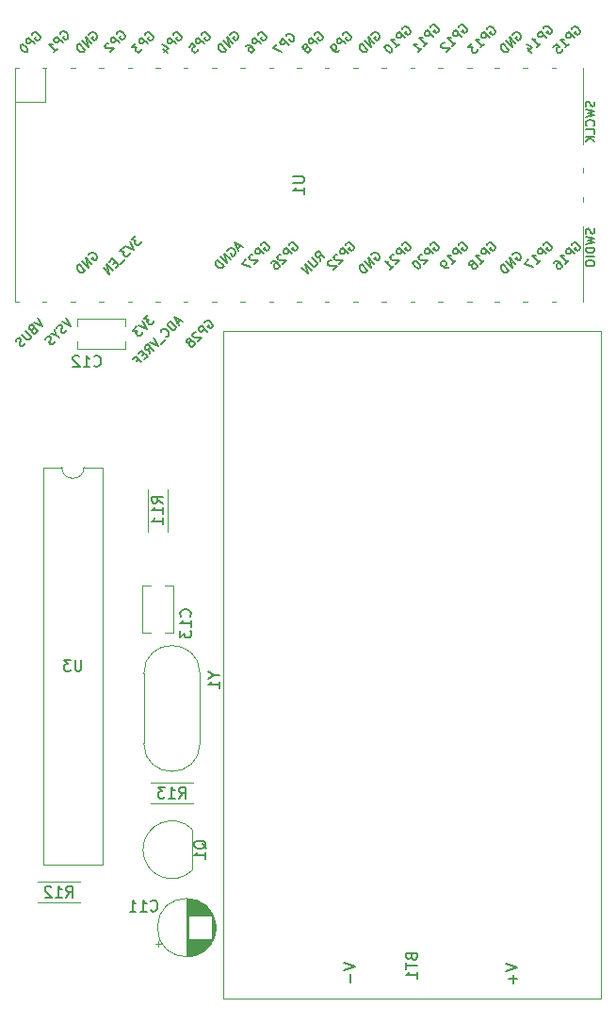
<source format=gbo>
%TF.GenerationSoftware,KiCad,Pcbnew,6.0.2+dfsg-1*%
%TF.CreationDate,2024-01-09T17:30:34+09:00*%
%TF.ProjectId,pico-toy-elevator,7069636f-2d74-46f7-992d-656c65766174,rev?*%
%TF.SameCoordinates,Original*%
%TF.FileFunction,Legend,Bot*%
%TF.FilePolarity,Positive*%
%FSLAX46Y46*%
G04 Gerber Fmt 4.6, Leading zero omitted, Abs format (unit mm)*
G04 Created by KiCad (PCBNEW 6.0.2+dfsg-1) date 2024-01-09 17:30:34*
%MOMM*%
%LPD*%
G01*
G04 APERTURE LIST*
%ADD10C,0.150000*%
%ADD11C,0.120000*%
G04 APERTURE END LIST*
D10*
%TO.C,Y1*%
X66016190Y-94773809D02*
X66492380Y-94773809D01*
X65492380Y-94440476D02*
X66016190Y-94773809D01*
X65492380Y-95107142D01*
X66492380Y-95964285D02*
X66492380Y-95392857D01*
X66492380Y-95678571D02*
X65492380Y-95678571D01*
X65635238Y-95583333D01*
X65730476Y-95488095D01*
X65778095Y-95392857D01*
%TO.C,R12*%
X52712857Y-114752380D02*
X53046190Y-114276190D01*
X53284285Y-114752380D02*
X53284285Y-113752380D01*
X52903333Y-113752380D01*
X52808095Y-113800000D01*
X52760476Y-113847619D01*
X52712857Y-113942857D01*
X52712857Y-114085714D01*
X52760476Y-114180952D01*
X52808095Y-114228571D01*
X52903333Y-114276190D01*
X53284285Y-114276190D01*
X51760476Y-114752380D02*
X52331904Y-114752380D01*
X52046190Y-114752380D02*
X52046190Y-113752380D01*
X52141428Y-113895238D01*
X52236666Y-113990476D01*
X52331904Y-114038095D01*
X51379523Y-113847619D02*
X51331904Y-113800000D01*
X51236666Y-113752380D01*
X50998571Y-113752380D01*
X50903333Y-113800000D01*
X50855714Y-113847619D01*
X50808095Y-113942857D01*
X50808095Y-114038095D01*
X50855714Y-114180952D01*
X51427142Y-114752380D01*
X50808095Y-114752380D01*
%TO.C,R13*%
X62872857Y-105862380D02*
X63206190Y-105386190D01*
X63444285Y-105862380D02*
X63444285Y-104862380D01*
X63063333Y-104862380D01*
X62968095Y-104910000D01*
X62920476Y-104957619D01*
X62872857Y-105052857D01*
X62872857Y-105195714D01*
X62920476Y-105290952D01*
X62968095Y-105338571D01*
X63063333Y-105386190D01*
X63444285Y-105386190D01*
X61920476Y-105862380D02*
X62491904Y-105862380D01*
X62206190Y-105862380D02*
X62206190Y-104862380D01*
X62301428Y-105005238D01*
X62396666Y-105100476D01*
X62491904Y-105148095D01*
X61587142Y-104862380D02*
X60968095Y-104862380D01*
X61301428Y-105243333D01*
X61158571Y-105243333D01*
X61063333Y-105290952D01*
X61015714Y-105338571D01*
X60968095Y-105433809D01*
X60968095Y-105671904D01*
X61015714Y-105767142D01*
X61063333Y-105814761D01*
X61158571Y-105862380D01*
X61444285Y-105862380D01*
X61539523Y-105814761D01*
X61587142Y-105767142D01*
%TO.C,Q1*%
X65317619Y-110394761D02*
X65270000Y-110299523D01*
X65174761Y-110204285D01*
X65031904Y-110061428D01*
X64984285Y-109966190D01*
X64984285Y-109870952D01*
X65222380Y-109918571D02*
X65174761Y-109823333D01*
X65079523Y-109728095D01*
X64889047Y-109680476D01*
X64555714Y-109680476D01*
X64365238Y-109728095D01*
X64270000Y-109823333D01*
X64222380Y-109918571D01*
X64222380Y-110109047D01*
X64270000Y-110204285D01*
X64365238Y-110299523D01*
X64555714Y-110347142D01*
X64889047Y-110347142D01*
X65079523Y-110299523D01*
X65174761Y-110204285D01*
X65222380Y-110109047D01*
X65222380Y-109918571D01*
X65222380Y-111299523D02*
X65222380Y-110728095D01*
X65222380Y-111013809D02*
X64222380Y-111013809D01*
X64365238Y-110918571D01*
X64460476Y-110823333D01*
X64508095Y-110728095D01*
%TO.C,C13*%
X63857142Y-89527142D02*
X63904761Y-89479523D01*
X63952380Y-89336666D01*
X63952380Y-89241428D01*
X63904761Y-89098571D01*
X63809523Y-89003333D01*
X63714285Y-88955714D01*
X63523809Y-88908095D01*
X63380952Y-88908095D01*
X63190476Y-88955714D01*
X63095238Y-89003333D01*
X63000000Y-89098571D01*
X62952380Y-89241428D01*
X62952380Y-89336666D01*
X63000000Y-89479523D01*
X63047619Y-89527142D01*
X63952380Y-90479523D02*
X63952380Y-89908095D01*
X63952380Y-90193809D02*
X62952380Y-90193809D01*
X63095238Y-90098571D01*
X63190476Y-90003333D01*
X63238095Y-89908095D01*
X62952380Y-90812857D02*
X62952380Y-91431904D01*
X63333333Y-91098571D01*
X63333333Y-91241428D01*
X63380952Y-91336666D01*
X63428571Y-91384285D01*
X63523809Y-91431904D01*
X63761904Y-91431904D01*
X63857142Y-91384285D01*
X63904761Y-91336666D01*
X63952380Y-91241428D01*
X63952380Y-90955714D01*
X63904761Y-90860476D01*
X63857142Y-90812857D01*
%TO.C,C11*%
X60332857Y-115927142D02*
X60380476Y-115974761D01*
X60523333Y-116022380D01*
X60618571Y-116022380D01*
X60761428Y-115974761D01*
X60856666Y-115879523D01*
X60904285Y-115784285D01*
X60951904Y-115593809D01*
X60951904Y-115450952D01*
X60904285Y-115260476D01*
X60856666Y-115165238D01*
X60761428Y-115070000D01*
X60618571Y-115022380D01*
X60523333Y-115022380D01*
X60380476Y-115070000D01*
X60332857Y-115117619D01*
X59380476Y-116022380D02*
X59951904Y-116022380D01*
X59666190Y-116022380D02*
X59666190Y-115022380D01*
X59761428Y-115165238D01*
X59856666Y-115260476D01*
X59951904Y-115308095D01*
X58428095Y-116022380D02*
X58999523Y-116022380D01*
X58713809Y-116022380D02*
X58713809Y-115022380D01*
X58809047Y-115165238D01*
X58904285Y-115260476D01*
X58999523Y-115308095D01*
%TO.C,U3*%
X54091904Y-93432380D02*
X54091904Y-94241904D01*
X54044285Y-94337142D01*
X53996666Y-94384761D01*
X53901428Y-94432380D01*
X53710952Y-94432380D01*
X53615714Y-94384761D01*
X53568095Y-94337142D01*
X53520476Y-94241904D01*
X53520476Y-93432380D01*
X53139523Y-93432380D02*
X52520476Y-93432380D01*
X52853809Y-93813333D01*
X52710952Y-93813333D01*
X52615714Y-93860952D01*
X52568095Y-93908571D01*
X52520476Y-94003809D01*
X52520476Y-94241904D01*
X52568095Y-94337142D01*
X52615714Y-94384761D01*
X52710952Y-94432380D01*
X52996666Y-94432380D01*
X53091904Y-94384761D01*
X53139523Y-94337142D01*
%TO.C,BT1*%
X83748571Y-120099285D02*
X83796190Y-120242142D01*
X83843809Y-120289761D01*
X83939047Y-120337380D01*
X84081904Y-120337380D01*
X84177142Y-120289761D01*
X84224761Y-120242142D01*
X84272380Y-120146904D01*
X84272380Y-119765952D01*
X83272380Y-119765952D01*
X83272380Y-120099285D01*
X83320000Y-120194523D01*
X83367619Y-120242142D01*
X83462857Y-120289761D01*
X83558095Y-120289761D01*
X83653333Y-120242142D01*
X83700952Y-120194523D01*
X83748571Y-120099285D01*
X83748571Y-119765952D01*
X83272380Y-120623095D02*
X83272380Y-121194523D01*
X84272380Y-120908809D02*
X83272380Y-120908809D01*
X84272380Y-122051666D02*
X84272380Y-121480238D01*
X84272380Y-121765952D02*
X83272380Y-121765952D01*
X83415238Y-121670714D01*
X83510476Y-121575476D01*
X83558095Y-121480238D01*
X77672380Y-120632619D02*
X78672380Y-120965952D01*
X77672380Y-121299285D01*
X78291428Y-121632619D02*
X78291428Y-122394523D01*
X92272380Y-120732619D02*
X93272380Y-121065952D01*
X92272380Y-121399285D01*
X92891428Y-121732619D02*
X92891428Y-122494523D01*
X93272380Y-122113571D02*
X92510476Y-122113571D01*
%TO.C,U1*%
X73112380Y-50038095D02*
X73921904Y-50038095D01*
X74017142Y-50085714D01*
X74064761Y-50133333D01*
X74112380Y-50228571D01*
X74112380Y-50419047D01*
X74064761Y-50514285D01*
X74017142Y-50561904D01*
X73921904Y-50609523D01*
X73112380Y-50609523D01*
X74112380Y-51609523D02*
X74112380Y-51038095D01*
X74112380Y-51323809D02*
X73112380Y-51323809D01*
X73255238Y-51228571D01*
X73350476Y-51133333D01*
X73398095Y-51038095D01*
X75051218Y-37313096D02*
X75078155Y-37232284D01*
X75158967Y-37151471D01*
X75266717Y-37097597D01*
X75374467Y-37097597D01*
X75455279Y-37124534D01*
X75589966Y-37205346D01*
X75670778Y-37286158D01*
X75751590Y-37420845D01*
X75778528Y-37501658D01*
X75778528Y-37609407D01*
X75724653Y-37717157D01*
X75670778Y-37771032D01*
X75563028Y-37824906D01*
X75509154Y-37824906D01*
X75320592Y-37636345D01*
X75428341Y-37528595D01*
X75320592Y-38121218D02*
X74754906Y-37555532D01*
X74539407Y-37771032D01*
X74512470Y-37851844D01*
X74512470Y-37905719D01*
X74539407Y-37986531D01*
X74620219Y-38067343D01*
X74701032Y-38094280D01*
X74754906Y-38094280D01*
X74835719Y-38067343D01*
X75051218Y-37851844D01*
X74350845Y-38444467D02*
X74377783Y-38363654D01*
X74377783Y-38309780D01*
X74350845Y-38228967D01*
X74323908Y-38202030D01*
X74243096Y-38175093D01*
X74189221Y-38175093D01*
X74108409Y-38202030D01*
X74000659Y-38309780D01*
X73973722Y-38390592D01*
X73973722Y-38444467D01*
X74000659Y-38525279D01*
X74027597Y-38552216D01*
X74108409Y-38579154D01*
X74162284Y-38579154D01*
X74243096Y-38552216D01*
X74350845Y-38444467D01*
X74431658Y-38417529D01*
X74485532Y-38417529D01*
X74566345Y-38444467D01*
X74674094Y-38552216D01*
X74701032Y-38633028D01*
X74701032Y-38686903D01*
X74674094Y-38767715D01*
X74566345Y-38875465D01*
X74485532Y-38902402D01*
X74431658Y-38902402D01*
X74350845Y-38875465D01*
X74243096Y-38767715D01*
X74216158Y-38686903D01*
X74216158Y-38633028D01*
X74243096Y-38552216D01*
X77860592Y-56193722D02*
X77887529Y-56112910D01*
X77968341Y-56032097D01*
X78076091Y-55978223D01*
X78183841Y-55978223D01*
X78264653Y-56005160D01*
X78399340Y-56085972D01*
X78480152Y-56166784D01*
X78560964Y-56301471D01*
X78587902Y-56382284D01*
X78587902Y-56490033D01*
X78534027Y-56597783D01*
X78480152Y-56651658D01*
X78372402Y-56705532D01*
X78318528Y-56705532D01*
X78129966Y-56516971D01*
X78237715Y-56409221D01*
X78129966Y-57001844D02*
X77564280Y-56436158D01*
X77348781Y-56651658D01*
X77321844Y-56732470D01*
X77321844Y-56786345D01*
X77348781Y-56867157D01*
X77429593Y-56947969D01*
X77510406Y-56974906D01*
X77564280Y-56974906D01*
X77645093Y-56947969D01*
X77860592Y-56732470D01*
X77079407Y-57028781D02*
X77025532Y-57028781D01*
X76944720Y-57055719D01*
X76810033Y-57190406D01*
X76783096Y-57271218D01*
X76783096Y-57325093D01*
X76810033Y-57405905D01*
X76863908Y-57459780D01*
X76971658Y-57513654D01*
X77618155Y-57513654D01*
X77267969Y-57863841D01*
X76540659Y-57567529D02*
X76486784Y-57567529D01*
X76405972Y-57594467D01*
X76271285Y-57729154D01*
X76244348Y-57809966D01*
X76244348Y-57863841D01*
X76271285Y-57944653D01*
X76325160Y-57998528D01*
X76432910Y-58052402D01*
X77079407Y-58052402D01*
X76729221Y-58402589D01*
X85480592Y-36643722D02*
X85507529Y-36562910D01*
X85588341Y-36482097D01*
X85696091Y-36428223D01*
X85803841Y-36428223D01*
X85884653Y-36455160D01*
X86019340Y-36535972D01*
X86100152Y-36616784D01*
X86180964Y-36751471D01*
X86207902Y-36832284D01*
X86207902Y-36940033D01*
X86154027Y-37047783D01*
X86100152Y-37101658D01*
X85992402Y-37155532D01*
X85938528Y-37155532D01*
X85749966Y-36966971D01*
X85857715Y-36859221D01*
X85749966Y-37451844D02*
X85184280Y-36886158D01*
X84968781Y-37101658D01*
X84941844Y-37182470D01*
X84941844Y-37236345D01*
X84968781Y-37317157D01*
X85049593Y-37397969D01*
X85130406Y-37424906D01*
X85184280Y-37424906D01*
X85265093Y-37397969D01*
X85480592Y-37182470D01*
X84887969Y-38313841D02*
X85211218Y-37990592D01*
X85049593Y-38152216D02*
X84483908Y-37586531D01*
X84618595Y-37613468D01*
X84726345Y-37613468D01*
X84807157Y-37586531D01*
X84349221Y-38852589D02*
X84672470Y-38529340D01*
X84510845Y-38690964D02*
X83945160Y-38125279D01*
X84079847Y-38152216D01*
X84187597Y-38152216D01*
X84268409Y-38125279D01*
X90560592Y-56193722D02*
X90587529Y-56112910D01*
X90668341Y-56032097D01*
X90776091Y-55978223D01*
X90883841Y-55978223D01*
X90964653Y-56005160D01*
X91099340Y-56085972D01*
X91180152Y-56166784D01*
X91260964Y-56301471D01*
X91287902Y-56382284D01*
X91287902Y-56490033D01*
X91234027Y-56597783D01*
X91180152Y-56651658D01*
X91072402Y-56705532D01*
X91018528Y-56705532D01*
X90829966Y-56516971D01*
X90937715Y-56409221D01*
X90829966Y-57001844D02*
X90264280Y-56436158D01*
X90048781Y-56651658D01*
X90021844Y-56732470D01*
X90021844Y-56786345D01*
X90048781Y-56867157D01*
X90129593Y-56947969D01*
X90210406Y-56974906D01*
X90264280Y-56974906D01*
X90345093Y-56947969D01*
X90560592Y-56732470D01*
X89967969Y-57863841D02*
X90291218Y-57540592D01*
X90129593Y-57702216D02*
X89563908Y-57136531D01*
X89698595Y-57163468D01*
X89806345Y-57163468D01*
X89887157Y-57136531D01*
X89321471Y-57863841D02*
X89348409Y-57783028D01*
X89348409Y-57729154D01*
X89321471Y-57648341D01*
X89294534Y-57621404D01*
X89213722Y-57594467D01*
X89159847Y-57594467D01*
X89079035Y-57621404D01*
X88971285Y-57729154D01*
X88944348Y-57809966D01*
X88944348Y-57863841D01*
X88971285Y-57944653D01*
X88998223Y-57971590D01*
X89079035Y-57998528D01*
X89132910Y-57998528D01*
X89213722Y-57971590D01*
X89321471Y-57863841D01*
X89402284Y-57836903D01*
X89456158Y-57836903D01*
X89536971Y-57863841D01*
X89644720Y-57971590D01*
X89671658Y-58052402D01*
X89671658Y-58106277D01*
X89644720Y-58187089D01*
X89536971Y-58294839D01*
X89456158Y-58321776D01*
X89402284Y-58321776D01*
X89321471Y-58294839D01*
X89213722Y-58187089D01*
X89186784Y-58106277D01*
X89186784Y-58052402D01*
X89213722Y-57971590D01*
X77591218Y-37313096D02*
X77618155Y-37232284D01*
X77698967Y-37151471D01*
X77806717Y-37097597D01*
X77914467Y-37097597D01*
X77995279Y-37124534D01*
X78129966Y-37205346D01*
X78210778Y-37286158D01*
X78291590Y-37420845D01*
X78318528Y-37501658D01*
X78318528Y-37609407D01*
X78264653Y-37717157D01*
X78210778Y-37771032D01*
X78103028Y-37824906D01*
X78049154Y-37824906D01*
X77860592Y-37636345D01*
X77968341Y-37528595D01*
X77860592Y-38121218D02*
X77294906Y-37555532D01*
X77079407Y-37771032D01*
X77052470Y-37851844D01*
X77052470Y-37905719D01*
X77079407Y-37986531D01*
X77160219Y-38067343D01*
X77241032Y-38094280D01*
X77294906Y-38094280D01*
X77375719Y-38067343D01*
X77591218Y-37851844D01*
X77267969Y-38713841D02*
X77160219Y-38821590D01*
X77079407Y-38848528D01*
X77025532Y-38848528D01*
X76890845Y-38821590D01*
X76756158Y-38740778D01*
X76540659Y-38525279D01*
X76513722Y-38444467D01*
X76513722Y-38390592D01*
X76540659Y-38309780D01*
X76648409Y-38202030D01*
X76729221Y-38175093D01*
X76783096Y-38175093D01*
X76863908Y-38202030D01*
X76998595Y-38336717D01*
X77025532Y-38417529D01*
X77025532Y-38471404D01*
X76998595Y-38552216D01*
X76890845Y-38659966D01*
X76810033Y-38686903D01*
X76756158Y-38686903D01*
X76675346Y-38659966D01*
X72780592Y-56193722D02*
X72807529Y-56112910D01*
X72888341Y-56032097D01*
X72996091Y-55978223D01*
X73103841Y-55978223D01*
X73184653Y-56005160D01*
X73319340Y-56085972D01*
X73400152Y-56166784D01*
X73480964Y-56301471D01*
X73507902Y-56382284D01*
X73507902Y-56490033D01*
X73454027Y-56597783D01*
X73400152Y-56651658D01*
X73292402Y-56705532D01*
X73238528Y-56705532D01*
X73049966Y-56516971D01*
X73157715Y-56409221D01*
X73049966Y-57001844D02*
X72484280Y-56436158D01*
X72268781Y-56651658D01*
X72241844Y-56732470D01*
X72241844Y-56786345D01*
X72268781Y-56867157D01*
X72349593Y-56947969D01*
X72430406Y-56974906D01*
X72484280Y-56974906D01*
X72565093Y-56947969D01*
X72780592Y-56732470D01*
X71999407Y-57028781D02*
X71945532Y-57028781D01*
X71864720Y-57055719D01*
X71730033Y-57190406D01*
X71703096Y-57271218D01*
X71703096Y-57325093D01*
X71730033Y-57405905D01*
X71783908Y-57459780D01*
X71891658Y-57513654D01*
X72538155Y-57513654D01*
X72187969Y-57863841D01*
X71137410Y-57783028D02*
X71245160Y-57675279D01*
X71325972Y-57648341D01*
X71379847Y-57648341D01*
X71514534Y-57675279D01*
X71649221Y-57756091D01*
X71864720Y-57971590D01*
X71891658Y-58052402D01*
X71891658Y-58106277D01*
X71864720Y-58187089D01*
X71756971Y-58294839D01*
X71676158Y-58321776D01*
X71622284Y-58321776D01*
X71541471Y-58294839D01*
X71406784Y-58160152D01*
X71379847Y-58079340D01*
X71379847Y-58025465D01*
X71406784Y-57944653D01*
X71514534Y-57836903D01*
X71595346Y-57809966D01*
X71649221Y-57809966D01*
X71730033Y-57836903D01*
X57271218Y-37213096D02*
X57298155Y-37132284D01*
X57378967Y-37051471D01*
X57486717Y-36997597D01*
X57594467Y-36997597D01*
X57675279Y-37024534D01*
X57809966Y-37105346D01*
X57890778Y-37186158D01*
X57971590Y-37320845D01*
X57998528Y-37401658D01*
X57998528Y-37509407D01*
X57944653Y-37617157D01*
X57890778Y-37671032D01*
X57783028Y-37724906D01*
X57729154Y-37724906D01*
X57540592Y-37536345D01*
X57648341Y-37428595D01*
X57540592Y-38021218D02*
X56974906Y-37455532D01*
X56759407Y-37671032D01*
X56732470Y-37751844D01*
X56732470Y-37805719D01*
X56759407Y-37886531D01*
X56840219Y-37967343D01*
X56921032Y-37994280D01*
X56974906Y-37994280D01*
X57055719Y-37967343D01*
X57271218Y-37751844D01*
X56490033Y-38048155D02*
X56436158Y-38048155D01*
X56355346Y-38075093D01*
X56220659Y-38209780D01*
X56193722Y-38290592D01*
X56193722Y-38344467D01*
X56220659Y-38425279D01*
X56274534Y-38479154D01*
X56382284Y-38533028D01*
X57028781Y-38533028D01*
X56678595Y-38883215D01*
X82940592Y-36789722D02*
X82967529Y-36708910D01*
X83048341Y-36628097D01*
X83156091Y-36574223D01*
X83263841Y-36574223D01*
X83344653Y-36601160D01*
X83479340Y-36681972D01*
X83560152Y-36762784D01*
X83640964Y-36897471D01*
X83667902Y-36978284D01*
X83667902Y-37086033D01*
X83614027Y-37193783D01*
X83560152Y-37247658D01*
X83452402Y-37301532D01*
X83398528Y-37301532D01*
X83209966Y-37112971D01*
X83317715Y-37005221D01*
X83209966Y-37597844D02*
X82644280Y-37032158D01*
X82428781Y-37247658D01*
X82401844Y-37328470D01*
X82401844Y-37382345D01*
X82428781Y-37463157D01*
X82509593Y-37543969D01*
X82590406Y-37570906D01*
X82644280Y-37570906D01*
X82725093Y-37543969D01*
X82940592Y-37328470D01*
X82347969Y-38459841D02*
X82671218Y-38136592D01*
X82509593Y-38298216D02*
X81943908Y-37732531D01*
X82078595Y-37759468D01*
X82186345Y-37759468D01*
X82267157Y-37732531D01*
X81432097Y-38244341D02*
X81378223Y-38298216D01*
X81351285Y-38379028D01*
X81351285Y-38432903D01*
X81378223Y-38513715D01*
X81459035Y-38648402D01*
X81593722Y-38783089D01*
X81728409Y-38863902D01*
X81809221Y-38890839D01*
X81863096Y-38890839D01*
X81943908Y-38863902D01*
X81997783Y-38810027D01*
X82024720Y-38729215D01*
X82024720Y-38675340D01*
X81997783Y-38594528D01*
X81916971Y-38459841D01*
X81782284Y-38325154D01*
X81647597Y-38244341D01*
X81566784Y-38217404D01*
X81512910Y-38217404D01*
X81432097Y-38244341D01*
X92858155Y-57071158D02*
X92885093Y-56990346D01*
X92965905Y-56909534D01*
X93073654Y-56855659D01*
X93181404Y-56855659D01*
X93262216Y-56882597D01*
X93396903Y-56963409D01*
X93477715Y-57044221D01*
X93558528Y-57178908D01*
X93585465Y-57259720D01*
X93585465Y-57367470D01*
X93531590Y-57475219D01*
X93477715Y-57529094D01*
X93369966Y-57582969D01*
X93316091Y-57582969D01*
X93127529Y-57394407D01*
X93235279Y-57286658D01*
X93127529Y-57879280D02*
X92561844Y-57313595D01*
X92804280Y-58202529D01*
X92238595Y-57636844D01*
X92534906Y-58471903D02*
X91969221Y-57906218D01*
X91834534Y-58040905D01*
X91780659Y-58148654D01*
X91780659Y-58256404D01*
X91807597Y-58337216D01*
X91888409Y-58471903D01*
X91969221Y-58552715D01*
X92103908Y-58633528D01*
X92184720Y-58660465D01*
X92292470Y-58660465D01*
X92400219Y-58606590D01*
X92534906Y-58471903D01*
X72481218Y-37413096D02*
X72508155Y-37332284D01*
X72588967Y-37251471D01*
X72696717Y-37197597D01*
X72804467Y-37197597D01*
X72885279Y-37224534D01*
X73019966Y-37305346D01*
X73100778Y-37386158D01*
X73181590Y-37520845D01*
X73208528Y-37601658D01*
X73208528Y-37709407D01*
X73154653Y-37817157D01*
X73100778Y-37871032D01*
X72993028Y-37924906D01*
X72939154Y-37924906D01*
X72750592Y-37736345D01*
X72858341Y-37628595D01*
X72750592Y-38221218D02*
X72184906Y-37655532D01*
X71969407Y-37871032D01*
X71942470Y-37951844D01*
X71942470Y-38005719D01*
X71969407Y-38086531D01*
X72050219Y-38167343D01*
X72131032Y-38194280D01*
X72184906Y-38194280D01*
X72265719Y-38167343D01*
X72481218Y-37951844D01*
X71673096Y-38167343D02*
X71295972Y-38544467D01*
X72104094Y-38867715D01*
X59811218Y-37313096D02*
X59838155Y-37232284D01*
X59918967Y-37151471D01*
X60026717Y-37097597D01*
X60134467Y-37097597D01*
X60215279Y-37124534D01*
X60349966Y-37205346D01*
X60430778Y-37286158D01*
X60511590Y-37420845D01*
X60538528Y-37501658D01*
X60538528Y-37609407D01*
X60484653Y-37717157D01*
X60430778Y-37771032D01*
X60323028Y-37824906D01*
X60269154Y-37824906D01*
X60080592Y-37636345D01*
X60188341Y-37528595D01*
X60080592Y-38121218D02*
X59514906Y-37555532D01*
X59299407Y-37771032D01*
X59272470Y-37851844D01*
X59272470Y-37905719D01*
X59299407Y-37986531D01*
X59380219Y-38067343D01*
X59461032Y-38094280D01*
X59514906Y-38094280D01*
X59595719Y-38067343D01*
X59811218Y-37851844D01*
X59003096Y-38067343D02*
X58652910Y-38417529D01*
X59056971Y-38444467D01*
X58976158Y-38525279D01*
X58949221Y-38606091D01*
X58949221Y-38659966D01*
X58976158Y-38740778D01*
X59110845Y-38875465D01*
X59191658Y-38902402D01*
X59245532Y-38902402D01*
X59326345Y-38875465D01*
X59487969Y-38713841D01*
X59514906Y-38633028D01*
X59514906Y-38579154D01*
X49651218Y-37313096D02*
X49678155Y-37232284D01*
X49758967Y-37151471D01*
X49866717Y-37097597D01*
X49974467Y-37097597D01*
X50055279Y-37124534D01*
X50189966Y-37205346D01*
X50270778Y-37286158D01*
X50351590Y-37420845D01*
X50378528Y-37501658D01*
X50378528Y-37609407D01*
X50324653Y-37717157D01*
X50270778Y-37771032D01*
X50163028Y-37824906D01*
X50109154Y-37824906D01*
X49920592Y-37636345D01*
X50028341Y-37528595D01*
X49920592Y-38121218D02*
X49354906Y-37555532D01*
X49139407Y-37771032D01*
X49112470Y-37851844D01*
X49112470Y-37905719D01*
X49139407Y-37986531D01*
X49220219Y-38067343D01*
X49301032Y-38094280D01*
X49354906Y-38094280D01*
X49435719Y-38067343D01*
X49651218Y-37851844D01*
X48681471Y-38228967D02*
X48627597Y-38282842D01*
X48600659Y-38363654D01*
X48600659Y-38417529D01*
X48627597Y-38498341D01*
X48708409Y-38633028D01*
X48843096Y-38767715D01*
X48977783Y-38848528D01*
X49058595Y-38875465D01*
X49112470Y-38875465D01*
X49193282Y-38848528D01*
X49247157Y-38794653D01*
X49274094Y-38713841D01*
X49274094Y-38659966D01*
X49247157Y-38579154D01*
X49166345Y-38444467D01*
X49031658Y-38309780D01*
X48896971Y-38228967D01*
X48816158Y-38202030D01*
X48762284Y-38202030D01*
X48681471Y-38228967D01*
X54758155Y-57071158D02*
X54785093Y-56990346D01*
X54865905Y-56909534D01*
X54973654Y-56855659D01*
X55081404Y-56855659D01*
X55162216Y-56882597D01*
X55296903Y-56963409D01*
X55377715Y-57044221D01*
X55458528Y-57178908D01*
X55485465Y-57259720D01*
X55485465Y-57367470D01*
X55431590Y-57475219D01*
X55377715Y-57529094D01*
X55269966Y-57582969D01*
X55216091Y-57582969D01*
X55027529Y-57394407D01*
X55135279Y-57286658D01*
X55027529Y-57879280D02*
X54461844Y-57313595D01*
X54704280Y-58202529D01*
X54138595Y-57636844D01*
X54434906Y-58471903D02*
X53869221Y-57906218D01*
X53734534Y-58040905D01*
X53680659Y-58148654D01*
X53680659Y-58256404D01*
X53707597Y-58337216D01*
X53788409Y-58471903D01*
X53869221Y-58552715D01*
X54003908Y-58633528D01*
X54084720Y-58660465D01*
X54192470Y-58660465D01*
X54300219Y-58606590D01*
X54434906Y-58471903D01*
X58943308Y-55372131D02*
X58593122Y-55722317D01*
X58997183Y-55749255D01*
X58916370Y-55830067D01*
X58889433Y-55910879D01*
X58889433Y-55964754D01*
X58916370Y-56045566D01*
X59051057Y-56180253D01*
X59131870Y-56207190D01*
X59185744Y-56207190D01*
X59266557Y-56180253D01*
X59428181Y-56018629D01*
X59455118Y-55937816D01*
X59455118Y-55883942D01*
X58431497Y-55883942D02*
X58808621Y-56638189D01*
X58054374Y-56261065D01*
X57919687Y-56395752D02*
X57569500Y-56745938D01*
X57973561Y-56772876D01*
X57892749Y-56853688D01*
X57865812Y-56934500D01*
X57865812Y-56988375D01*
X57892749Y-57069187D01*
X58027436Y-57203874D01*
X58108248Y-57230812D01*
X58162123Y-57230812D01*
X58242935Y-57203874D01*
X58404560Y-57042250D01*
X58431497Y-56961438D01*
X58431497Y-56907563D01*
X58081311Y-57473248D02*
X57650312Y-57904247D01*
X57165439Y-57688748D02*
X56976877Y-57877309D01*
X57192377Y-58254433D02*
X57461751Y-57985059D01*
X56896065Y-57419374D01*
X56626691Y-57688748D01*
X56949940Y-58496870D02*
X56384255Y-57931184D01*
X56626691Y-58820118D01*
X56061006Y-58254433D01*
X95640592Y-56193722D02*
X95667529Y-56112910D01*
X95748341Y-56032097D01*
X95856091Y-55978223D01*
X95963841Y-55978223D01*
X96044653Y-56005160D01*
X96179340Y-56085972D01*
X96260152Y-56166784D01*
X96340964Y-56301471D01*
X96367902Y-56382284D01*
X96367902Y-56490033D01*
X96314027Y-56597783D01*
X96260152Y-56651658D01*
X96152402Y-56705532D01*
X96098528Y-56705532D01*
X95909966Y-56516971D01*
X96017715Y-56409221D01*
X95909966Y-57001844D02*
X95344280Y-56436158D01*
X95128781Y-56651658D01*
X95101844Y-56732470D01*
X95101844Y-56786345D01*
X95128781Y-56867157D01*
X95209593Y-56947969D01*
X95290406Y-56974906D01*
X95344280Y-56974906D01*
X95425093Y-56947969D01*
X95640592Y-56732470D01*
X95047969Y-57863841D02*
X95371218Y-57540592D01*
X95209593Y-57702216D02*
X94643908Y-57136531D01*
X94778595Y-57163468D01*
X94886345Y-57163468D01*
X94967157Y-57136531D01*
X94293722Y-57486717D02*
X93916598Y-57863841D01*
X94724720Y-58187089D01*
X88020592Y-36643722D02*
X88047529Y-36562910D01*
X88128341Y-36482097D01*
X88236091Y-36428223D01*
X88343841Y-36428223D01*
X88424653Y-36455160D01*
X88559340Y-36535972D01*
X88640152Y-36616784D01*
X88720964Y-36751471D01*
X88747902Y-36832284D01*
X88747902Y-36940033D01*
X88694027Y-37047783D01*
X88640152Y-37101658D01*
X88532402Y-37155532D01*
X88478528Y-37155532D01*
X88289966Y-36966971D01*
X88397715Y-36859221D01*
X88289966Y-37451844D02*
X87724280Y-36886158D01*
X87508781Y-37101658D01*
X87481844Y-37182470D01*
X87481844Y-37236345D01*
X87508781Y-37317157D01*
X87589593Y-37397969D01*
X87670406Y-37424906D01*
X87724280Y-37424906D01*
X87805093Y-37397969D01*
X88020592Y-37182470D01*
X87427969Y-38313841D02*
X87751218Y-37990592D01*
X87589593Y-38152216D02*
X87023908Y-37586531D01*
X87158595Y-37613468D01*
X87266345Y-37613468D01*
X87347157Y-37586531D01*
X86700659Y-38017529D02*
X86646784Y-38017529D01*
X86565972Y-38044467D01*
X86431285Y-38179154D01*
X86404348Y-38259966D01*
X86404348Y-38313841D01*
X86431285Y-38394653D01*
X86485160Y-38448528D01*
X86592910Y-38502402D01*
X87239407Y-38502402D01*
X86889221Y-38852589D01*
X95640592Y-36743722D02*
X95667529Y-36662910D01*
X95748341Y-36582097D01*
X95856091Y-36528223D01*
X95963841Y-36528223D01*
X96044653Y-36555160D01*
X96179340Y-36635972D01*
X96260152Y-36716784D01*
X96340964Y-36851471D01*
X96367902Y-36932284D01*
X96367902Y-37040033D01*
X96314027Y-37147783D01*
X96260152Y-37201658D01*
X96152402Y-37255532D01*
X96098528Y-37255532D01*
X95909966Y-37066971D01*
X96017715Y-36959221D01*
X95909966Y-37551844D02*
X95344280Y-36986158D01*
X95128781Y-37201658D01*
X95101844Y-37282470D01*
X95101844Y-37336345D01*
X95128781Y-37417157D01*
X95209593Y-37497969D01*
X95290406Y-37524906D01*
X95344280Y-37524906D01*
X95425093Y-37497969D01*
X95640592Y-37282470D01*
X95047969Y-38413841D02*
X95371218Y-38090592D01*
X95209593Y-38252216D02*
X94643908Y-37686531D01*
X94778595Y-37713468D01*
X94886345Y-37713468D01*
X94967157Y-37686531D01*
X94185972Y-38521590D02*
X94563096Y-38898714D01*
X94105160Y-38171404D02*
X94643908Y-38440778D01*
X94293722Y-38790964D01*
X85480592Y-56193722D02*
X85507529Y-56112910D01*
X85588341Y-56032097D01*
X85696091Y-55978223D01*
X85803841Y-55978223D01*
X85884653Y-56005160D01*
X86019340Y-56085972D01*
X86100152Y-56166784D01*
X86180964Y-56301471D01*
X86207902Y-56382284D01*
X86207902Y-56490033D01*
X86154027Y-56597783D01*
X86100152Y-56651658D01*
X85992402Y-56705532D01*
X85938528Y-56705532D01*
X85749966Y-56516971D01*
X85857715Y-56409221D01*
X85749966Y-57001844D02*
X85184280Y-56436158D01*
X84968781Y-56651658D01*
X84941844Y-56732470D01*
X84941844Y-56786345D01*
X84968781Y-56867157D01*
X85049593Y-56947969D01*
X85130406Y-56974906D01*
X85184280Y-56974906D01*
X85265093Y-56947969D01*
X85480592Y-56732470D01*
X84699407Y-57028781D02*
X84645532Y-57028781D01*
X84564720Y-57055719D01*
X84430033Y-57190406D01*
X84403096Y-57271218D01*
X84403096Y-57325093D01*
X84430033Y-57405905D01*
X84483908Y-57459780D01*
X84591658Y-57513654D01*
X85238155Y-57513654D01*
X84887969Y-57863841D01*
X83972097Y-57648341D02*
X83918223Y-57702216D01*
X83891285Y-57783028D01*
X83891285Y-57836903D01*
X83918223Y-57917715D01*
X83999035Y-58052402D01*
X84133722Y-58187089D01*
X84268409Y-58267902D01*
X84349221Y-58294839D01*
X84403096Y-58294839D01*
X84483908Y-58267902D01*
X84537783Y-58214027D01*
X84564720Y-58133215D01*
X84564720Y-58079340D01*
X84537783Y-57998528D01*
X84456971Y-57863841D01*
X84322284Y-57729154D01*
X84187597Y-57648341D01*
X84106784Y-57621404D01*
X84052910Y-57621404D01*
X83972097Y-57648341D01*
X62351218Y-37313096D02*
X62378155Y-37232284D01*
X62458967Y-37151471D01*
X62566717Y-37097597D01*
X62674467Y-37097597D01*
X62755279Y-37124534D01*
X62889966Y-37205346D01*
X62970778Y-37286158D01*
X63051590Y-37420845D01*
X63078528Y-37501658D01*
X63078528Y-37609407D01*
X63024653Y-37717157D01*
X62970778Y-37771032D01*
X62863028Y-37824906D01*
X62809154Y-37824906D01*
X62620592Y-37636345D01*
X62728341Y-37528595D01*
X62620592Y-38121218D02*
X62054906Y-37555532D01*
X61839407Y-37771032D01*
X61812470Y-37851844D01*
X61812470Y-37905719D01*
X61839407Y-37986531D01*
X61920219Y-38067343D01*
X62001032Y-38094280D01*
X62054906Y-38094280D01*
X62135719Y-38067343D01*
X62351218Y-37851844D01*
X61435346Y-38552216D02*
X61812470Y-38929340D01*
X61354534Y-38202030D02*
X61893282Y-38471404D01*
X61543096Y-38821590D01*
X67458155Y-37286158D02*
X67485093Y-37205346D01*
X67565905Y-37124534D01*
X67673654Y-37070659D01*
X67781404Y-37070659D01*
X67862216Y-37097597D01*
X67996903Y-37178409D01*
X68077715Y-37259221D01*
X68158528Y-37393908D01*
X68185465Y-37474720D01*
X68185465Y-37582470D01*
X68131590Y-37690219D01*
X68077715Y-37744094D01*
X67969966Y-37797969D01*
X67916091Y-37797969D01*
X67727529Y-37609407D01*
X67835279Y-37501658D01*
X67727529Y-38094280D02*
X67161844Y-37528595D01*
X67404280Y-38417529D01*
X66838595Y-37851844D01*
X67134906Y-38686903D02*
X66569221Y-38121218D01*
X66434534Y-38255905D01*
X66380659Y-38363654D01*
X66380659Y-38471404D01*
X66407597Y-38552216D01*
X66488409Y-38686903D01*
X66569221Y-38767715D01*
X66703908Y-38848528D01*
X66784720Y-38875465D01*
X66892470Y-38875465D01*
X67000219Y-38821590D01*
X67134906Y-38686903D01*
X80158155Y-37286158D02*
X80185093Y-37205346D01*
X80265905Y-37124534D01*
X80373654Y-37070659D01*
X80481404Y-37070659D01*
X80562216Y-37097597D01*
X80696903Y-37178409D01*
X80777715Y-37259221D01*
X80858528Y-37393908D01*
X80885465Y-37474720D01*
X80885465Y-37582470D01*
X80831590Y-37690219D01*
X80777715Y-37744094D01*
X80669966Y-37797969D01*
X80616091Y-37797969D01*
X80427529Y-37609407D01*
X80535279Y-37501658D01*
X80427529Y-38094280D02*
X79861844Y-37528595D01*
X80104280Y-38417529D01*
X79538595Y-37851844D01*
X79834906Y-38686903D02*
X79269221Y-38121218D01*
X79134534Y-38255905D01*
X79080659Y-38363654D01*
X79080659Y-38471404D01*
X79107597Y-38552216D01*
X79188409Y-38686903D01*
X79269221Y-38767715D01*
X79403908Y-38848528D01*
X79484720Y-38875465D01*
X79592470Y-38875465D01*
X79700219Y-38821590D01*
X79834906Y-38686903D01*
X70240592Y-56193722D02*
X70267529Y-56112910D01*
X70348341Y-56032097D01*
X70456091Y-55978223D01*
X70563841Y-55978223D01*
X70644653Y-56005160D01*
X70779340Y-56085972D01*
X70860152Y-56166784D01*
X70940964Y-56301471D01*
X70967902Y-56382284D01*
X70967902Y-56490033D01*
X70914027Y-56597783D01*
X70860152Y-56651658D01*
X70752402Y-56705532D01*
X70698528Y-56705532D01*
X70509966Y-56516971D01*
X70617715Y-56409221D01*
X70509966Y-57001844D02*
X69944280Y-56436158D01*
X69728781Y-56651658D01*
X69701844Y-56732470D01*
X69701844Y-56786345D01*
X69728781Y-56867157D01*
X69809593Y-56947969D01*
X69890406Y-56974906D01*
X69944280Y-56974906D01*
X70025093Y-56947969D01*
X70240592Y-56732470D01*
X69459407Y-57028781D02*
X69405532Y-57028781D01*
X69324720Y-57055719D01*
X69190033Y-57190406D01*
X69163096Y-57271218D01*
X69163096Y-57325093D01*
X69190033Y-57405905D01*
X69243908Y-57459780D01*
X69351658Y-57513654D01*
X69998155Y-57513654D01*
X69647969Y-57863841D01*
X68893722Y-57486717D02*
X68516598Y-57863841D01*
X69324720Y-58187089D01*
X90560592Y-36789722D02*
X90587529Y-36708910D01*
X90668341Y-36628097D01*
X90776091Y-36574223D01*
X90883841Y-36574223D01*
X90964653Y-36601160D01*
X91099340Y-36681972D01*
X91180152Y-36762784D01*
X91260964Y-36897471D01*
X91287902Y-36978284D01*
X91287902Y-37086033D01*
X91234027Y-37193783D01*
X91180152Y-37247658D01*
X91072402Y-37301532D01*
X91018528Y-37301532D01*
X90829966Y-37112971D01*
X90937715Y-37005221D01*
X90829966Y-37597844D02*
X90264280Y-37032158D01*
X90048781Y-37247658D01*
X90021844Y-37328470D01*
X90021844Y-37382345D01*
X90048781Y-37463157D01*
X90129593Y-37543969D01*
X90210406Y-37570906D01*
X90264280Y-37570906D01*
X90345093Y-37543969D01*
X90560592Y-37328470D01*
X89967969Y-38459841D02*
X90291218Y-38136592D01*
X90129593Y-38298216D02*
X89563908Y-37732531D01*
X89698595Y-37759468D01*
X89806345Y-37759468D01*
X89887157Y-37732531D01*
X89213722Y-38082717D02*
X88863536Y-38432903D01*
X89267597Y-38459841D01*
X89186784Y-38540653D01*
X89159847Y-38621465D01*
X89159847Y-38675340D01*
X89186784Y-38756152D01*
X89321471Y-38890839D01*
X89402284Y-38917776D01*
X89456158Y-38917776D01*
X89536971Y-38890839D01*
X89698595Y-38729215D01*
X89725532Y-38648402D01*
X89725532Y-38594528D01*
X68400964Y-56247597D02*
X68131590Y-56516971D01*
X68616463Y-56355346D02*
X67862216Y-55978223D01*
X68239340Y-56732470D01*
X67215719Y-56678595D02*
X67242656Y-56597783D01*
X67323468Y-56516971D01*
X67431218Y-56463096D01*
X67538967Y-56463096D01*
X67619780Y-56490033D01*
X67754467Y-56570845D01*
X67835279Y-56651658D01*
X67916091Y-56786345D01*
X67943028Y-56867157D01*
X67943028Y-56974906D01*
X67889154Y-57082656D01*
X67835279Y-57136531D01*
X67727529Y-57190406D01*
X67673654Y-57190406D01*
X67485093Y-57001844D01*
X67592842Y-56894094D01*
X67485093Y-57486717D02*
X66919407Y-56921032D01*
X67161844Y-57809966D01*
X66596158Y-57244280D01*
X66892470Y-58079340D02*
X66326784Y-57513654D01*
X66192097Y-57648341D01*
X66138223Y-57756091D01*
X66138223Y-57863841D01*
X66165160Y-57944653D01*
X66245972Y-58079340D01*
X66326784Y-58160152D01*
X66461471Y-58240964D01*
X66542284Y-58267902D01*
X66650033Y-58267902D01*
X66757783Y-58214027D01*
X66892470Y-58079340D01*
X65160592Y-63178722D02*
X65187529Y-63097910D01*
X65268341Y-63017097D01*
X65376091Y-62963223D01*
X65483841Y-62963223D01*
X65564653Y-62990160D01*
X65699340Y-63070972D01*
X65780152Y-63151784D01*
X65860964Y-63286471D01*
X65887902Y-63367284D01*
X65887902Y-63475033D01*
X65834027Y-63582783D01*
X65780152Y-63636658D01*
X65672402Y-63690532D01*
X65618528Y-63690532D01*
X65429966Y-63501971D01*
X65537715Y-63394221D01*
X65429966Y-63986844D02*
X64864280Y-63421158D01*
X64648781Y-63636658D01*
X64621844Y-63717470D01*
X64621844Y-63771345D01*
X64648781Y-63852157D01*
X64729593Y-63932969D01*
X64810406Y-63959906D01*
X64864280Y-63959906D01*
X64945093Y-63932969D01*
X65160592Y-63717470D01*
X64379407Y-64013781D02*
X64325532Y-64013781D01*
X64244720Y-64040719D01*
X64110033Y-64175406D01*
X64083096Y-64256218D01*
X64083096Y-64310093D01*
X64110033Y-64390905D01*
X64163908Y-64444780D01*
X64271658Y-64498654D01*
X64918155Y-64498654D01*
X64567969Y-64848841D01*
X63921471Y-64848841D02*
X63948409Y-64768028D01*
X63948409Y-64714154D01*
X63921471Y-64633341D01*
X63894534Y-64606404D01*
X63813722Y-64579467D01*
X63759847Y-64579467D01*
X63679035Y-64606404D01*
X63571285Y-64714154D01*
X63544348Y-64794966D01*
X63544348Y-64848841D01*
X63571285Y-64929653D01*
X63598223Y-64956590D01*
X63679035Y-64983528D01*
X63732910Y-64983528D01*
X63813722Y-64956590D01*
X63921471Y-64848841D01*
X64002284Y-64821903D01*
X64056158Y-64821903D01*
X64136971Y-64848841D01*
X64244720Y-64956590D01*
X64271658Y-65037402D01*
X64271658Y-65091277D01*
X64244720Y-65172089D01*
X64136971Y-65279839D01*
X64056158Y-65306776D01*
X64002284Y-65306776D01*
X63921471Y-65279839D01*
X63813722Y-65172089D01*
X63786784Y-65091277D01*
X63786784Y-65037402D01*
X63813722Y-64956590D01*
X62993773Y-62924788D02*
X62724399Y-63194162D01*
X63209272Y-63032537D02*
X62455025Y-62655414D01*
X62832149Y-63409661D01*
X62643587Y-63598223D02*
X62077902Y-63032537D01*
X61943215Y-63167224D01*
X61889340Y-63274974D01*
X61889340Y-63382723D01*
X61916277Y-63463536D01*
X61997089Y-63598223D01*
X62077902Y-63679035D01*
X62212589Y-63759847D01*
X62293401Y-63786784D01*
X62401150Y-63786784D01*
X62508900Y-63732910D01*
X62643587Y-63598223D01*
X61700778Y-64433282D02*
X61754653Y-64433282D01*
X61862402Y-64379407D01*
X61916277Y-64325532D01*
X61970152Y-64217783D01*
X61970152Y-64110033D01*
X61943215Y-64029221D01*
X61862402Y-63894534D01*
X61781590Y-63813722D01*
X61646903Y-63732910D01*
X61566091Y-63705972D01*
X61458341Y-63705972D01*
X61350592Y-63759847D01*
X61296717Y-63813722D01*
X61242842Y-63921471D01*
X61242842Y-63975346D01*
X61700778Y-64648781D02*
X61269780Y-65079780D01*
X60596345Y-64514094D02*
X60973468Y-65268341D01*
X60219221Y-64891218D01*
X60273096Y-65968714D02*
X60192284Y-65510778D01*
X60596345Y-65645465D02*
X60030659Y-65079780D01*
X59815160Y-65295279D01*
X59788223Y-65376091D01*
X59788223Y-65429966D01*
X59815160Y-65510778D01*
X59895972Y-65591590D01*
X59976784Y-65618528D01*
X60030659Y-65618528D01*
X60111471Y-65591590D01*
X60326971Y-65376091D01*
X59734348Y-65914839D02*
X59545786Y-66103401D01*
X59761285Y-66480524D02*
X60030659Y-66211150D01*
X59464974Y-65645465D01*
X59195600Y-65914839D01*
X59033975Y-66615211D02*
X59222537Y-66426650D01*
X59518849Y-66722961D02*
X58953163Y-66157276D01*
X58683789Y-66426650D01*
X52729966Y-62720473D02*
X53107089Y-63474720D01*
X52352842Y-63097597D01*
X52729966Y-63797969D02*
X52676091Y-63905719D01*
X52541404Y-64040406D01*
X52460592Y-64067343D01*
X52406717Y-64067343D01*
X52325905Y-64040406D01*
X52272030Y-63986531D01*
X52245093Y-63905719D01*
X52245093Y-63851844D01*
X52272030Y-63771032D01*
X52352842Y-63636345D01*
X52379780Y-63555532D01*
X52379780Y-63501658D01*
X52352842Y-63420845D01*
X52298967Y-63366971D01*
X52218155Y-63340033D01*
X52164280Y-63340033D01*
X52083468Y-63366971D01*
X51948781Y-63501658D01*
X51894906Y-63609407D01*
X51814094Y-64228967D02*
X52083468Y-64498341D01*
X51706345Y-63744094D02*
X51814094Y-64228967D01*
X51329221Y-64121218D01*
X51706345Y-64821590D02*
X51652470Y-64929340D01*
X51517783Y-65064027D01*
X51436971Y-65090964D01*
X51383096Y-65090964D01*
X51302284Y-65064027D01*
X51248409Y-65010152D01*
X51221471Y-64929340D01*
X51221471Y-64875465D01*
X51248409Y-64794653D01*
X51329221Y-64659966D01*
X51356158Y-64579154D01*
X51356158Y-64525279D01*
X51329221Y-64444467D01*
X51275346Y-64390592D01*
X51194534Y-64363654D01*
X51140659Y-64363654D01*
X51059847Y-64390592D01*
X50925160Y-64525279D01*
X50871285Y-64633028D01*
X98180592Y-36789722D02*
X98207529Y-36708910D01*
X98288341Y-36628097D01*
X98396091Y-36574223D01*
X98503841Y-36574223D01*
X98584653Y-36601160D01*
X98719340Y-36681972D01*
X98800152Y-36762784D01*
X98880964Y-36897471D01*
X98907902Y-36978284D01*
X98907902Y-37086033D01*
X98854027Y-37193783D01*
X98800152Y-37247658D01*
X98692402Y-37301532D01*
X98638528Y-37301532D01*
X98449966Y-37112971D01*
X98557715Y-37005221D01*
X98449966Y-37597844D02*
X97884280Y-37032158D01*
X97668781Y-37247658D01*
X97641844Y-37328470D01*
X97641844Y-37382345D01*
X97668781Y-37463157D01*
X97749593Y-37543969D01*
X97830406Y-37570906D01*
X97884280Y-37570906D01*
X97965093Y-37543969D01*
X98180592Y-37328470D01*
X97587969Y-38459841D02*
X97911218Y-38136592D01*
X97749593Y-38298216D02*
X97183908Y-37732531D01*
X97318595Y-37759468D01*
X97426345Y-37759468D01*
X97507157Y-37732531D01*
X96510473Y-38405966D02*
X96779847Y-38136592D01*
X97076158Y-38379028D01*
X97022284Y-38379028D01*
X96941471Y-38405966D01*
X96806784Y-38540653D01*
X96779847Y-38621465D01*
X96779847Y-38675340D01*
X96806784Y-38756152D01*
X96941471Y-38890839D01*
X97022284Y-38917776D01*
X97076158Y-38917776D01*
X97156971Y-38890839D01*
X97291658Y-38756152D01*
X97318595Y-38675340D01*
X97318595Y-38621465D01*
X100183809Y-54704761D02*
X100221904Y-54819047D01*
X100221904Y-55009523D01*
X100183809Y-55085714D01*
X100145714Y-55123809D01*
X100069523Y-55161904D01*
X99993333Y-55161904D01*
X99917142Y-55123809D01*
X99879047Y-55085714D01*
X99840952Y-55009523D01*
X99802857Y-54857142D01*
X99764761Y-54780952D01*
X99726666Y-54742857D01*
X99650476Y-54704761D01*
X99574285Y-54704761D01*
X99498095Y-54742857D01*
X99460000Y-54780952D01*
X99421904Y-54857142D01*
X99421904Y-55047619D01*
X99460000Y-55161904D01*
X99421904Y-55428571D02*
X100221904Y-55619047D01*
X99650476Y-55771428D01*
X100221904Y-55923809D01*
X99421904Y-56114285D01*
X100221904Y-56419047D02*
X99421904Y-56419047D01*
X99421904Y-56609523D01*
X99460000Y-56723809D01*
X99536190Y-56800000D01*
X99612380Y-56838095D01*
X99764761Y-56876190D01*
X99879047Y-56876190D01*
X100031428Y-56838095D01*
X100107619Y-56800000D01*
X100183809Y-56723809D01*
X100221904Y-56609523D01*
X100221904Y-56419047D01*
X100221904Y-57219047D02*
X99421904Y-57219047D01*
X99421904Y-57752380D02*
X99421904Y-57904761D01*
X99460000Y-57980952D01*
X99536190Y-58057142D01*
X99688571Y-58095238D01*
X99955238Y-58095238D01*
X100107619Y-58057142D01*
X100183809Y-57980952D01*
X100221904Y-57904761D01*
X100221904Y-57752380D01*
X100183809Y-57676190D01*
X100107619Y-57600000D01*
X99955238Y-57561904D01*
X99688571Y-57561904D01*
X99536190Y-57600000D01*
X99460000Y-57676190D01*
X99421904Y-57752380D01*
X50187309Y-62753129D02*
X50564433Y-63507377D01*
X49810186Y-63130253D01*
X49702436Y-63776751D02*
X49648561Y-63884500D01*
X49648561Y-63938375D01*
X49675499Y-64019187D01*
X49756311Y-64099999D01*
X49837123Y-64126937D01*
X49890998Y-64126937D01*
X49971810Y-64100000D01*
X50187309Y-63884500D01*
X49621624Y-63318815D01*
X49433062Y-63507377D01*
X49406125Y-63588189D01*
X49406125Y-63642064D01*
X49433062Y-63722876D01*
X49486937Y-63776751D01*
X49567749Y-63803688D01*
X49621624Y-63803688D01*
X49702436Y-63776751D01*
X49890998Y-63588189D01*
X49055938Y-63884500D02*
X49513874Y-64342436D01*
X49540812Y-64423248D01*
X49540812Y-64477123D01*
X49513874Y-64557935D01*
X49406125Y-64665685D01*
X49325312Y-64692622D01*
X49271438Y-64692622D01*
X49190625Y-64665685D01*
X48732690Y-64207749D01*
X49029001Y-64988934D02*
X48975126Y-65096683D01*
X48840439Y-65231370D01*
X48759627Y-65258308D01*
X48705752Y-65258308D01*
X48624940Y-65231370D01*
X48571065Y-65177496D01*
X48544128Y-65096683D01*
X48544128Y-65042809D01*
X48571065Y-64961996D01*
X48651877Y-64827309D01*
X48678815Y-64746497D01*
X48678815Y-64692622D01*
X48651877Y-64611810D01*
X48598003Y-64557935D01*
X48517190Y-64530998D01*
X48463316Y-64530998D01*
X48382503Y-64557935D01*
X48247816Y-64692622D01*
X48193942Y-64800372D01*
X92858155Y-37286158D02*
X92885093Y-37205346D01*
X92965905Y-37124534D01*
X93073654Y-37070659D01*
X93181404Y-37070659D01*
X93262216Y-37097597D01*
X93396903Y-37178409D01*
X93477715Y-37259221D01*
X93558528Y-37393908D01*
X93585465Y-37474720D01*
X93585465Y-37582470D01*
X93531590Y-37690219D01*
X93477715Y-37744094D01*
X93369966Y-37797969D01*
X93316091Y-37797969D01*
X93127529Y-37609407D01*
X93235279Y-37501658D01*
X93127529Y-38094280D02*
X92561844Y-37528595D01*
X92804280Y-38417529D01*
X92238595Y-37851844D01*
X92534906Y-38686903D02*
X91969221Y-38121218D01*
X91834534Y-38255905D01*
X91780659Y-38363654D01*
X91780659Y-38471404D01*
X91807597Y-38552216D01*
X91888409Y-38686903D01*
X91969221Y-38767715D01*
X92103908Y-38848528D01*
X92184720Y-38875465D01*
X92292470Y-38875465D01*
X92400219Y-38821590D01*
X92534906Y-38686903D01*
X80158155Y-57071158D02*
X80185093Y-56990346D01*
X80265905Y-56909534D01*
X80373654Y-56855659D01*
X80481404Y-56855659D01*
X80562216Y-56882597D01*
X80696903Y-56963409D01*
X80777715Y-57044221D01*
X80858528Y-57178908D01*
X80885465Y-57259720D01*
X80885465Y-57367470D01*
X80831590Y-57475219D01*
X80777715Y-57529094D01*
X80669966Y-57582969D01*
X80616091Y-57582969D01*
X80427529Y-57394407D01*
X80535279Y-57286658D01*
X80427529Y-57879280D02*
X79861844Y-57313595D01*
X80104280Y-58202529D01*
X79538595Y-57636844D01*
X79834906Y-58471903D02*
X79269221Y-57906218D01*
X79134534Y-58040905D01*
X79080659Y-58148654D01*
X79080659Y-58256404D01*
X79107597Y-58337216D01*
X79188409Y-58471903D01*
X79269221Y-58552715D01*
X79403908Y-58633528D01*
X79484720Y-58660465D01*
X79592470Y-58660465D01*
X79700219Y-58606590D01*
X79834906Y-58471903D01*
X75603435Y-57623375D02*
X75522622Y-57165439D01*
X75926683Y-57300126D02*
X75360998Y-56734441D01*
X75145499Y-56949940D01*
X75118561Y-57030752D01*
X75118561Y-57084627D01*
X75145499Y-57165439D01*
X75226311Y-57246251D01*
X75307123Y-57273189D01*
X75360998Y-57273189D01*
X75441810Y-57246251D01*
X75657309Y-57030752D01*
X74795312Y-57300126D02*
X75253248Y-57758062D01*
X75280186Y-57838874D01*
X75280186Y-57892749D01*
X75253248Y-57973561D01*
X75145499Y-58081311D01*
X75064687Y-58108248D01*
X75010812Y-58108248D01*
X74930000Y-58081311D01*
X74472064Y-57623375D01*
X74768375Y-58458435D02*
X74202690Y-57892749D01*
X74445126Y-58781683D01*
X73879441Y-58215998D01*
X98180592Y-56193722D02*
X98207529Y-56112910D01*
X98288341Y-56032097D01*
X98396091Y-55978223D01*
X98503841Y-55978223D01*
X98584653Y-56005160D01*
X98719340Y-56085972D01*
X98800152Y-56166784D01*
X98880964Y-56301471D01*
X98907902Y-56382284D01*
X98907902Y-56490033D01*
X98854027Y-56597783D01*
X98800152Y-56651658D01*
X98692402Y-56705532D01*
X98638528Y-56705532D01*
X98449966Y-56516971D01*
X98557715Y-56409221D01*
X98449966Y-57001844D02*
X97884280Y-56436158D01*
X97668781Y-56651658D01*
X97641844Y-56732470D01*
X97641844Y-56786345D01*
X97668781Y-56867157D01*
X97749593Y-56947969D01*
X97830406Y-56974906D01*
X97884280Y-56974906D01*
X97965093Y-56947969D01*
X98180592Y-56732470D01*
X97587969Y-57863841D02*
X97911218Y-57540592D01*
X97749593Y-57702216D02*
X97183908Y-57136531D01*
X97318595Y-57163468D01*
X97426345Y-57163468D01*
X97507157Y-57136531D01*
X96537410Y-57783028D02*
X96645160Y-57675279D01*
X96725972Y-57648341D01*
X96779847Y-57648341D01*
X96914534Y-57675279D01*
X97049221Y-57756091D01*
X97264720Y-57971590D01*
X97291658Y-58052402D01*
X97291658Y-58106277D01*
X97264720Y-58187089D01*
X97156971Y-58294839D01*
X97076158Y-58321776D01*
X97022284Y-58321776D01*
X96941471Y-58294839D01*
X96806784Y-58160152D01*
X96779847Y-58079340D01*
X96779847Y-58025465D01*
X96806784Y-57944653D01*
X96914534Y-57836903D01*
X96995346Y-57809966D01*
X97049221Y-57809966D01*
X97130033Y-57836903D01*
X82940592Y-56193722D02*
X82967529Y-56112910D01*
X83048341Y-56032097D01*
X83156091Y-55978223D01*
X83263841Y-55978223D01*
X83344653Y-56005160D01*
X83479340Y-56085972D01*
X83560152Y-56166784D01*
X83640964Y-56301471D01*
X83667902Y-56382284D01*
X83667902Y-56490033D01*
X83614027Y-56597783D01*
X83560152Y-56651658D01*
X83452402Y-56705532D01*
X83398528Y-56705532D01*
X83209966Y-56516971D01*
X83317715Y-56409221D01*
X83209966Y-57001844D02*
X82644280Y-56436158D01*
X82428781Y-56651658D01*
X82401844Y-56732470D01*
X82401844Y-56786345D01*
X82428781Y-56867157D01*
X82509593Y-56947969D01*
X82590406Y-56974906D01*
X82644280Y-56974906D01*
X82725093Y-56947969D01*
X82940592Y-56732470D01*
X82159407Y-57028781D02*
X82105532Y-57028781D01*
X82024720Y-57055719D01*
X81890033Y-57190406D01*
X81863096Y-57271218D01*
X81863096Y-57325093D01*
X81890033Y-57405905D01*
X81943908Y-57459780D01*
X82051658Y-57513654D01*
X82698155Y-57513654D01*
X82347969Y-57863841D01*
X81809221Y-58402589D02*
X82132470Y-58079340D01*
X81970845Y-58240964D02*
X81405160Y-57675279D01*
X81539847Y-57702216D01*
X81647597Y-57702216D01*
X81728409Y-57675279D01*
X60080592Y-62489847D02*
X59730406Y-62840033D01*
X60134467Y-62866971D01*
X60053654Y-62947783D01*
X60026717Y-63028595D01*
X60026717Y-63082470D01*
X60053654Y-63163282D01*
X60188341Y-63297969D01*
X60269154Y-63324906D01*
X60323028Y-63324906D01*
X60403841Y-63297969D01*
X60565465Y-63136345D01*
X60592402Y-63055532D01*
X60592402Y-63001658D01*
X59568781Y-63001658D02*
X59945905Y-63755905D01*
X59191658Y-63378781D01*
X59056971Y-63513468D02*
X58706784Y-63863654D01*
X59110845Y-63890592D01*
X59030033Y-63971404D01*
X59003096Y-64052216D01*
X59003096Y-64106091D01*
X59030033Y-64186903D01*
X59164720Y-64321590D01*
X59245532Y-64348528D01*
X59299407Y-64348528D01*
X59380219Y-64321590D01*
X59541844Y-64159966D01*
X59568781Y-64079154D01*
X59568781Y-64025279D01*
X88020592Y-56193722D02*
X88047529Y-56112910D01*
X88128341Y-56032097D01*
X88236091Y-55978223D01*
X88343841Y-55978223D01*
X88424653Y-56005160D01*
X88559340Y-56085972D01*
X88640152Y-56166784D01*
X88720964Y-56301471D01*
X88747902Y-56382284D01*
X88747902Y-56490033D01*
X88694027Y-56597783D01*
X88640152Y-56651658D01*
X88532402Y-56705532D01*
X88478528Y-56705532D01*
X88289966Y-56516971D01*
X88397715Y-56409221D01*
X88289966Y-57001844D02*
X87724280Y-56436158D01*
X87508781Y-56651658D01*
X87481844Y-56732470D01*
X87481844Y-56786345D01*
X87508781Y-56867157D01*
X87589593Y-56947969D01*
X87670406Y-56974906D01*
X87724280Y-56974906D01*
X87805093Y-56947969D01*
X88020592Y-56732470D01*
X87427969Y-57863841D02*
X87751218Y-57540592D01*
X87589593Y-57702216D02*
X87023908Y-57136531D01*
X87158595Y-57163468D01*
X87266345Y-57163468D01*
X87347157Y-57136531D01*
X87158595Y-58133215D02*
X87050845Y-58240964D01*
X86970033Y-58267902D01*
X86916158Y-58267902D01*
X86781471Y-58240964D01*
X86646784Y-58160152D01*
X86431285Y-57944653D01*
X86404348Y-57863841D01*
X86404348Y-57809966D01*
X86431285Y-57729154D01*
X86539035Y-57621404D01*
X86619847Y-57594467D01*
X86673722Y-57594467D01*
X86754534Y-57621404D01*
X86889221Y-57756091D01*
X86916158Y-57836903D01*
X86916158Y-57890778D01*
X86889221Y-57971590D01*
X86781471Y-58079340D01*
X86700659Y-58106277D01*
X86646784Y-58106277D01*
X86565972Y-58079340D01*
X54758155Y-37286158D02*
X54785093Y-37205346D01*
X54865905Y-37124534D01*
X54973654Y-37070659D01*
X55081404Y-37070659D01*
X55162216Y-37097597D01*
X55296903Y-37178409D01*
X55377715Y-37259221D01*
X55458528Y-37393908D01*
X55485465Y-37474720D01*
X55485465Y-37582470D01*
X55431590Y-37690219D01*
X55377715Y-37744094D01*
X55269966Y-37797969D01*
X55216091Y-37797969D01*
X55027529Y-37609407D01*
X55135279Y-37501658D01*
X55027529Y-38094280D02*
X54461844Y-37528595D01*
X54704280Y-38417529D01*
X54138595Y-37851844D01*
X54434906Y-38686903D02*
X53869221Y-38121218D01*
X53734534Y-38255905D01*
X53680659Y-38363654D01*
X53680659Y-38471404D01*
X53707597Y-38552216D01*
X53788409Y-38686903D01*
X53869221Y-38767715D01*
X54003908Y-38848528D01*
X54084720Y-38875465D01*
X54192470Y-38875465D01*
X54300219Y-38821590D01*
X54434906Y-38686903D01*
X100183809Y-43290476D02*
X100221904Y-43404761D01*
X100221904Y-43595238D01*
X100183809Y-43671428D01*
X100145714Y-43709523D01*
X100069523Y-43747619D01*
X99993333Y-43747619D01*
X99917142Y-43709523D01*
X99879047Y-43671428D01*
X99840952Y-43595238D01*
X99802857Y-43442857D01*
X99764761Y-43366666D01*
X99726666Y-43328571D01*
X99650476Y-43290476D01*
X99574285Y-43290476D01*
X99498095Y-43328571D01*
X99460000Y-43366666D01*
X99421904Y-43442857D01*
X99421904Y-43633333D01*
X99460000Y-43747619D01*
X99421904Y-44014285D02*
X100221904Y-44204761D01*
X99650476Y-44357142D01*
X100221904Y-44509523D01*
X99421904Y-44700000D01*
X100145714Y-45461904D02*
X100183809Y-45423809D01*
X100221904Y-45309523D01*
X100221904Y-45233333D01*
X100183809Y-45119047D01*
X100107619Y-45042857D01*
X100031428Y-45004761D01*
X99879047Y-44966666D01*
X99764761Y-44966666D01*
X99612380Y-45004761D01*
X99536190Y-45042857D01*
X99460000Y-45119047D01*
X99421904Y-45233333D01*
X99421904Y-45309523D01*
X99460000Y-45423809D01*
X99498095Y-45461904D01*
X100221904Y-46185714D02*
X100221904Y-45804761D01*
X99421904Y-45804761D01*
X100221904Y-46452380D02*
X99421904Y-46452380D01*
X100221904Y-46909523D02*
X99764761Y-46566666D01*
X99421904Y-46909523D02*
X99879047Y-46452380D01*
X64891218Y-37313096D02*
X64918155Y-37232284D01*
X64998967Y-37151471D01*
X65106717Y-37097597D01*
X65214467Y-37097597D01*
X65295279Y-37124534D01*
X65429966Y-37205346D01*
X65510778Y-37286158D01*
X65591590Y-37420845D01*
X65618528Y-37501658D01*
X65618528Y-37609407D01*
X65564653Y-37717157D01*
X65510778Y-37771032D01*
X65403028Y-37824906D01*
X65349154Y-37824906D01*
X65160592Y-37636345D01*
X65268341Y-37528595D01*
X65160592Y-38121218D02*
X64594906Y-37555532D01*
X64379407Y-37771032D01*
X64352470Y-37851844D01*
X64352470Y-37905719D01*
X64379407Y-37986531D01*
X64460219Y-38067343D01*
X64541032Y-38094280D01*
X64594906Y-38094280D01*
X64675719Y-38067343D01*
X64891218Y-37851844D01*
X63759847Y-38390592D02*
X64029221Y-38121218D01*
X64325532Y-38363654D01*
X64271658Y-38363654D01*
X64190845Y-38390592D01*
X64056158Y-38525279D01*
X64029221Y-38606091D01*
X64029221Y-38659966D01*
X64056158Y-38740778D01*
X64190845Y-38875465D01*
X64271658Y-38902402D01*
X64325532Y-38902402D01*
X64406345Y-38875465D01*
X64541032Y-38740778D01*
X64567969Y-38659966D01*
X64567969Y-38606091D01*
X69971218Y-37313096D02*
X69998155Y-37232284D01*
X70078967Y-37151471D01*
X70186717Y-37097597D01*
X70294467Y-37097597D01*
X70375279Y-37124534D01*
X70509966Y-37205346D01*
X70590778Y-37286158D01*
X70671590Y-37420845D01*
X70698528Y-37501658D01*
X70698528Y-37609407D01*
X70644653Y-37717157D01*
X70590778Y-37771032D01*
X70483028Y-37824906D01*
X70429154Y-37824906D01*
X70240592Y-37636345D01*
X70348341Y-37528595D01*
X70240592Y-38121218D02*
X69674906Y-37555532D01*
X69459407Y-37771032D01*
X69432470Y-37851844D01*
X69432470Y-37905719D01*
X69459407Y-37986531D01*
X69540219Y-38067343D01*
X69621032Y-38094280D01*
X69674906Y-38094280D01*
X69755719Y-38067343D01*
X69971218Y-37851844D01*
X68866784Y-38363654D02*
X68974534Y-38255905D01*
X69055346Y-38228967D01*
X69109221Y-38228967D01*
X69243908Y-38255905D01*
X69378595Y-38336717D01*
X69594094Y-38552216D01*
X69621032Y-38633028D01*
X69621032Y-38686903D01*
X69594094Y-38767715D01*
X69486345Y-38875465D01*
X69405532Y-38902402D01*
X69351658Y-38902402D01*
X69270845Y-38875465D01*
X69136158Y-38740778D01*
X69109221Y-38659966D01*
X69109221Y-38606091D01*
X69136158Y-38525279D01*
X69243908Y-38417529D01*
X69324720Y-38390592D01*
X69378595Y-38390592D01*
X69459407Y-38417529D01*
X52181218Y-37213096D02*
X52208155Y-37132284D01*
X52288967Y-37051471D01*
X52396717Y-36997597D01*
X52504467Y-36997597D01*
X52585279Y-37024534D01*
X52719966Y-37105346D01*
X52800778Y-37186158D01*
X52881590Y-37320845D01*
X52908528Y-37401658D01*
X52908528Y-37509407D01*
X52854653Y-37617157D01*
X52800778Y-37671032D01*
X52693028Y-37724906D01*
X52639154Y-37724906D01*
X52450592Y-37536345D01*
X52558341Y-37428595D01*
X52450592Y-38021218D02*
X51884906Y-37455532D01*
X51669407Y-37671032D01*
X51642470Y-37751844D01*
X51642470Y-37805719D01*
X51669407Y-37886531D01*
X51750219Y-37967343D01*
X51831032Y-37994280D01*
X51884906Y-37994280D01*
X51965719Y-37967343D01*
X52181218Y-37751844D01*
X51588595Y-38883215D02*
X51911844Y-38559966D01*
X51750219Y-38721590D02*
X51184534Y-38155905D01*
X51319221Y-38182842D01*
X51426971Y-38182842D01*
X51507783Y-38155905D01*
%TO.C,R11*%
X61412380Y-79367142D02*
X60936190Y-79033809D01*
X61412380Y-78795714D02*
X60412380Y-78795714D01*
X60412380Y-79176666D01*
X60460000Y-79271904D01*
X60507619Y-79319523D01*
X60602857Y-79367142D01*
X60745714Y-79367142D01*
X60840952Y-79319523D01*
X60888571Y-79271904D01*
X60936190Y-79176666D01*
X60936190Y-78795714D01*
X61412380Y-80319523D02*
X61412380Y-79748095D01*
X61412380Y-80033809D02*
X60412380Y-80033809D01*
X60555238Y-79938571D01*
X60650476Y-79843333D01*
X60698095Y-79748095D01*
X61412380Y-81271904D02*
X61412380Y-80700476D01*
X61412380Y-80986190D02*
X60412380Y-80986190D01*
X60555238Y-80890952D01*
X60650476Y-80795714D01*
X60698095Y-80700476D01*
%TO.C,C12*%
X55232857Y-67032142D02*
X55280476Y-67079761D01*
X55423333Y-67127380D01*
X55518571Y-67127380D01*
X55661428Y-67079761D01*
X55756666Y-66984523D01*
X55804285Y-66889285D01*
X55851904Y-66698809D01*
X55851904Y-66555952D01*
X55804285Y-66365476D01*
X55756666Y-66270238D01*
X55661428Y-66175000D01*
X55518571Y-66127380D01*
X55423333Y-66127380D01*
X55280476Y-66175000D01*
X55232857Y-66222619D01*
X54280476Y-67127380D02*
X54851904Y-67127380D01*
X54566190Y-67127380D02*
X54566190Y-66127380D01*
X54661428Y-66270238D01*
X54756666Y-66365476D01*
X54851904Y-66413095D01*
X53899523Y-66222619D02*
X53851904Y-66175000D01*
X53756666Y-66127380D01*
X53518571Y-66127380D01*
X53423333Y-66175000D01*
X53375714Y-66222619D01*
X53328095Y-66317857D01*
X53328095Y-66413095D01*
X53375714Y-66555952D01*
X53947142Y-67127380D01*
X53328095Y-67127380D01*
D11*
%TO.C,Y1*%
X64755000Y-100925000D02*
X64755000Y-94675000D01*
X59705000Y-100925000D02*
X59705000Y-94675000D01*
X64755000Y-94675000D02*
G75*
G03*
X59705000Y-94675000I-2525000J0D01*
G01*
X59705000Y-100925000D02*
G75*
G03*
X64755000Y-100925000I2525000J0D01*
G01*
%TO.C,R12*%
X50150000Y-113380000D02*
X53990000Y-113380000D01*
X50150000Y-115220000D02*
X53990000Y-115220000D01*
%TO.C,R13*%
X60310000Y-106330000D02*
X64150000Y-106330000D01*
X60310000Y-104490000D02*
X64150000Y-104490000D01*
%TO.C,Q1*%
X64080000Y-108690000D02*
X64080000Y-112290000D01*
X59629999Y-110490000D02*
G75*
G03*
X64068478Y-112328478I2600001J0D01*
G01*
X64068478Y-108651522D02*
G75*
G03*
X59630000Y-110490000I-1838478J-1838478D01*
G01*
%TO.C,C13*%
X61625000Y-86780000D02*
X62330000Y-86780000D01*
X61625000Y-91020000D02*
X62330000Y-91020000D01*
X59590000Y-91020000D02*
X60295000Y-91020000D01*
X62330000Y-86780000D02*
X62330000Y-91020000D01*
X59590000Y-86780000D02*
X59590000Y-91020000D01*
X59590000Y-86780000D02*
X60295000Y-86780000D01*
%TO.C,C11*%
X64224888Y-116435000D02*
X64224888Y-114984000D01*
X64745888Y-119765000D02*
X64745888Y-118515000D01*
X64545888Y-119857000D02*
X64545888Y-118515000D01*
X65225888Y-119446000D02*
X65225888Y-118515000D01*
X64505888Y-119873000D02*
X64505888Y-118515000D01*
X65105888Y-119540000D02*
X65105888Y-118515000D01*
X64825888Y-119722000D02*
X64825888Y-118515000D01*
X64505888Y-116435000D02*
X64505888Y-115077000D01*
X64865888Y-119699000D02*
X64865888Y-118515000D01*
X63624888Y-120054000D02*
X63624888Y-114896000D01*
X65545888Y-119128000D02*
X65545888Y-118515000D01*
X66105888Y-117993000D02*
X66105888Y-116957000D01*
X64345888Y-119930000D02*
X64345888Y-118515000D01*
X63824888Y-116435000D02*
X63824888Y-114910000D01*
X65025888Y-119597000D02*
X65025888Y-118515000D01*
X65305888Y-119376000D02*
X65305888Y-118515000D01*
X65305888Y-116435000D02*
X65305888Y-115574000D01*
X65025888Y-116435000D02*
X65025888Y-115353000D01*
X65145888Y-116435000D02*
X65145888Y-115440000D01*
X63984888Y-116435000D02*
X63984888Y-114932000D01*
X64345888Y-116435000D02*
X64345888Y-115020000D01*
X64465888Y-116435000D02*
X64465888Y-115061000D01*
X65985888Y-118390000D02*
X65985888Y-116560000D01*
X65105888Y-116435000D02*
X65105888Y-115410000D01*
X65065888Y-116435000D02*
X65065888Y-115380000D01*
X64064888Y-116435000D02*
X64064888Y-114947000D01*
X64945888Y-119650000D02*
X64945888Y-118515000D01*
X64305888Y-119943000D02*
X64305888Y-118515000D01*
X64265888Y-119955000D02*
X64265888Y-118515000D01*
X65465888Y-119218000D02*
X65465888Y-118515000D01*
X65065888Y-119570000D02*
X65065888Y-118515000D01*
X64385888Y-116435000D02*
X64385888Y-115033000D01*
X63784888Y-116435000D02*
X63784888Y-114906000D01*
X64465888Y-119889000D02*
X64465888Y-118515000D01*
X64705888Y-116435000D02*
X64705888Y-115165000D01*
X64985888Y-116435000D02*
X64985888Y-115326000D01*
X60990113Y-119200000D02*
X60990113Y-118700000D01*
X63544888Y-120055000D02*
X63544888Y-114895000D01*
X65505888Y-116435000D02*
X65505888Y-115776000D01*
X64305888Y-116435000D02*
X64305888Y-115007000D01*
X65665888Y-116435000D02*
X65665888Y-115975000D01*
X64144888Y-119986000D02*
X64144888Y-118515000D01*
X64104888Y-116435000D02*
X64104888Y-114955000D01*
X63944888Y-120025000D02*
X63944888Y-118515000D01*
X64184888Y-116435000D02*
X64184888Y-114974000D01*
X64785888Y-116435000D02*
X64785888Y-115207000D01*
X65425888Y-116435000D02*
X65425888Y-115690000D01*
X64905888Y-116435000D02*
X64905888Y-115275000D01*
X65745888Y-116435000D02*
X65745888Y-116092000D01*
X63984888Y-120018000D02*
X63984888Y-118515000D01*
X64184888Y-119976000D02*
X64184888Y-118515000D01*
X64585888Y-116435000D02*
X64585888Y-115110000D01*
X64985888Y-119624000D02*
X64985888Y-118515000D01*
X65345888Y-116435000D02*
X65345888Y-115611000D01*
X65705888Y-116435000D02*
X65705888Y-116032000D01*
X65385888Y-119301000D02*
X65385888Y-118515000D01*
X65265888Y-119412000D02*
X65265888Y-118515000D01*
X63864888Y-116435000D02*
X63864888Y-114914000D01*
X63584888Y-120055000D02*
X63584888Y-114895000D01*
X64425888Y-119903000D02*
X64425888Y-118515000D01*
X64024888Y-116435000D02*
X64024888Y-114939000D01*
X65585888Y-119080000D02*
X65585888Y-118515000D01*
X64144888Y-116435000D02*
X64144888Y-114964000D01*
X64665888Y-119804000D02*
X64665888Y-118515000D01*
X65705888Y-118918000D02*
X65705888Y-118515000D01*
X63864888Y-120036000D02*
X63864888Y-118515000D01*
X64265888Y-116435000D02*
X64265888Y-114995000D01*
X65545888Y-116435000D02*
X65545888Y-115822000D01*
X65425888Y-119260000D02*
X65425888Y-118515000D01*
X64865888Y-116435000D02*
X64865888Y-115251000D01*
X63784888Y-120044000D02*
X63784888Y-118515000D01*
X63664888Y-120053000D02*
X63664888Y-114897000D01*
X64064888Y-120003000D02*
X64064888Y-118515000D01*
X65625888Y-116435000D02*
X65625888Y-115921000D01*
X65185888Y-119479000D02*
X65185888Y-118515000D01*
X64104888Y-119995000D02*
X64104888Y-118515000D01*
X63904888Y-116435000D02*
X63904888Y-114919000D01*
X65265888Y-116435000D02*
X65265888Y-115538000D01*
X65585888Y-116435000D02*
X65585888Y-115870000D01*
X65785888Y-118794000D02*
X65785888Y-118515000D01*
X65385888Y-116435000D02*
X65385888Y-115649000D01*
X65465888Y-116435000D02*
X65465888Y-115732000D01*
X65905888Y-118573000D02*
X65905888Y-116377000D01*
X64825888Y-116435000D02*
X64825888Y-115228000D01*
X65825888Y-118726000D02*
X65825888Y-118515000D01*
X63944888Y-116435000D02*
X63944888Y-114925000D01*
X64585888Y-119840000D02*
X64585888Y-118515000D01*
X63744888Y-120048000D02*
X63744888Y-114902000D01*
X64545888Y-116435000D02*
X64545888Y-115093000D01*
X64905888Y-119675000D02*
X64905888Y-118515000D01*
X64945888Y-116435000D02*
X64945888Y-115300000D01*
X66065888Y-118152000D02*
X66065888Y-116798000D01*
X65225888Y-116435000D02*
X65225888Y-115504000D01*
X66145888Y-117759000D02*
X66145888Y-117191000D01*
X63704888Y-120051000D02*
X63704888Y-114899000D01*
X64425888Y-116435000D02*
X64425888Y-115047000D01*
X64705888Y-119785000D02*
X64705888Y-118515000D01*
X65825888Y-116435000D02*
X65825888Y-116224000D01*
X65345888Y-119339000D02*
X65345888Y-118515000D01*
X65145888Y-119510000D02*
X65145888Y-118515000D01*
X64625888Y-119823000D02*
X64625888Y-118515000D01*
X63824888Y-120040000D02*
X63824888Y-118515000D01*
X65945888Y-118486000D02*
X65945888Y-116464000D01*
X64745888Y-116435000D02*
X64745888Y-115185000D01*
X64024888Y-120011000D02*
X64024888Y-118515000D01*
X65665888Y-118975000D02*
X65665888Y-118515000D01*
X66025888Y-118280000D02*
X66025888Y-116670000D01*
X65505888Y-119174000D02*
X65505888Y-118515000D01*
X65745888Y-118858000D02*
X65745888Y-118515000D01*
X64625888Y-116435000D02*
X64625888Y-115127000D01*
X60740113Y-118950000D02*
X61240113Y-118950000D01*
X64665888Y-116435000D02*
X64665888Y-115146000D01*
X64224888Y-119966000D02*
X64224888Y-118515000D01*
X63904888Y-120031000D02*
X63904888Y-118515000D01*
X65625888Y-119029000D02*
X65625888Y-118515000D01*
X65865888Y-118653000D02*
X65865888Y-116297000D01*
X65185888Y-116435000D02*
X65185888Y-115471000D01*
X65785888Y-116435000D02*
X65785888Y-116156000D01*
X64385888Y-119917000D02*
X64385888Y-118515000D01*
X64785888Y-119743000D02*
X64785888Y-118515000D01*
X66164888Y-117475000D02*
G75*
G03*
X66164888Y-117475000I-2620000J0D01*
G01*
%TO.C,U3*%
X54330000Y-76140000D02*
X55980000Y-76140000D01*
X50680000Y-76140000D02*
X52330000Y-76140000D01*
X55980000Y-111820000D02*
X50680000Y-111820000D01*
X55980000Y-76140000D02*
X55980000Y-111820000D01*
X50680000Y-111820000D02*
X50680000Y-76140000D01*
X52330000Y-76140000D02*
G75*
G03*
X54330000Y-76140000I1000000J0D01*
G01*
%TO.C,BT1*%
X100820000Y-123885000D02*
X66820000Y-123885000D01*
X66820000Y-123885000D02*
X66820000Y-63885000D01*
X66820000Y-63885000D02*
X100820000Y-63885000D01*
X100820000Y-63885000D02*
X100820000Y-123885000D01*
%TO.C,U1*%
X60760000Y-40300000D02*
X61160000Y-40300000D01*
X50560000Y-61300000D02*
X50960000Y-61300000D01*
X99160000Y-49300000D02*
X99160000Y-49700000D01*
X65860000Y-40300000D02*
X66260000Y-40300000D01*
X60760000Y-61300000D02*
X61160000Y-61300000D01*
X91260000Y-40300000D02*
X91660000Y-40300000D01*
X48160000Y-40300000D02*
X48160000Y-61300000D01*
X63260000Y-61300000D02*
X63660000Y-61300000D01*
X73460000Y-61300000D02*
X73860000Y-61300000D01*
X88760000Y-61300000D02*
X89160000Y-61300000D01*
X50827000Y-40300000D02*
X50827000Y-43307000D01*
X75960000Y-40300000D02*
X76360000Y-40300000D01*
X91260000Y-61300000D02*
X91660000Y-61300000D01*
X99160000Y-47100000D02*
X99160000Y-40300000D01*
X70960000Y-61300000D02*
X71360000Y-61300000D01*
X65860000Y-61300000D02*
X66260000Y-61300000D01*
X88760000Y-40300000D02*
X89160000Y-40300000D01*
X55660000Y-40300000D02*
X56060000Y-40300000D01*
X83660000Y-61300000D02*
X84060000Y-61300000D01*
X70960000Y-40300000D02*
X71360000Y-40300000D01*
X93760000Y-61300000D02*
X94160000Y-61300000D01*
X78560000Y-61300000D02*
X78960000Y-61300000D01*
X78560000Y-40300000D02*
X78960000Y-40300000D01*
X93760000Y-40300000D02*
X94160000Y-40300000D01*
X58260000Y-61300000D02*
X58660000Y-61300000D01*
X96360000Y-40300000D02*
X96760000Y-40300000D01*
X96360000Y-61300000D02*
X96760000Y-61300000D01*
X99160000Y-51900000D02*
X99160000Y-52300000D01*
X55660000Y-61300000D02*
X56060000Y-61300000D01*
X58260000Y-40300000D02*
X58660000Y-40300000D01*
X68360000Y-40300000D02*
X68760000Y-40300000D01*
X86160000Y-40300000D02*
X86560000Y-40300000D01*
X86160000Y-61300000D02*
X86560000Y-61300000D01*
X53160000Y-61300000D02*
X53560000Y-61300000D01*
X68360000Y-61300000D02*
X68760000Y-61300000D01*
X99160000Y-61300000D02*
X99160000Y-54500000D01*
X75960000Y-61300000D02*
X76360000Y-61300000D01*
X63260000Y-40300000D02*
X63660000Y-40300000D01*
X50827000Y-43307000D02*
X48160000Y-43307000D01*
X83660000Y-40300000D02*
X84060000Y-40300000D01*
X50560000Y-40300000D02*
X50960000Y-40300000D01*
X53160000Y-40300000D02*
X53560000Y-40300000D01*
X48160000Y-61300000D02*
X48460000Y-61300000D01*
X73460000Y-40300000D02*
X73860000Y-40300000D01*
X48160000Y-40300000D02*
X48460000Y-40300000D01*
X81060000Y-40300000D02*
X81460000Y-40300000D01*
X81060000Y-61300000D02*
X81460000Y-61300000D01*
%TO.C,R11*%
X61880000Y-78090000D02*
X61880000Y-81930000D01*
X60040000Y-78090000D02*
X60040000Y-81930000D01*
%TO.C,C12*%
X53760000Y-64800000D02*
X53760000Y-65505000D01*
X58000000Y-62765000D02*
X53760000Y-62765000D01*
X58000000Y-62765000D02*
X58000000Y-63470000D01*
X58000000Y-65505000D02*
X53760000Y-65505000D01*
X53760000Y-62765000D02*
X53760000Y-63470000D01*
X58000000Y-64800000D02*
X58000000Y-65505000D01*
%TD*%
M02*

</source>
